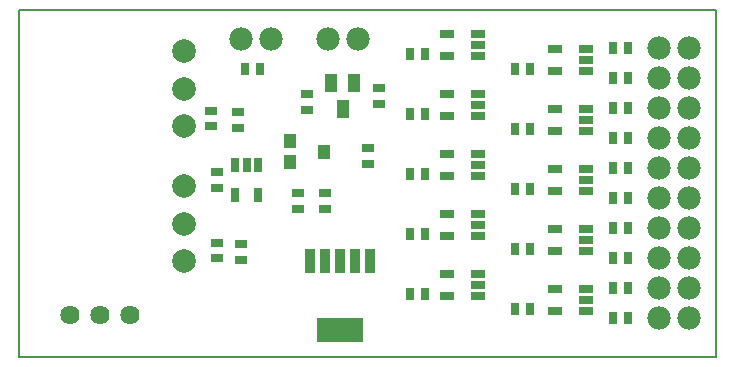
<source format=gts>
G75*
G70*
%OFA0B0*%
%FSLAX24Y24*%
%IPPOS*%
%LPD*%
%AMOC8*
5,1,8,0,0,1.08239X$1,22.5*
%
%ADD10C,0.0080*%
%ADD11R,0.0316X0.0394*%
%ADD12C,0.0780*%
%ADD13C,0.0790*%
%ADD14R,0.0394X0.0316*%
%ADD15R,0.0512X0.0257*%
%ADD16R,0.0257X0.0512*%
%ADD17R,0.0434X0.0591*%
%ADD18R,0.0394X0.0473*%
%ADD19R,0.0340X0.0840*%
%ADD20R,0.1540X0.0830*%
%ADD21C,0.0640*%
D10*
X001620Y001620D02*
X001620Y013190D01*
X024862Y013190D01*
X024862Y001620D01*
X001620Y001620D01*
D11*
X014664Y003720D03*
X015176Y003720D03*
X018164Y003220D03*
X018676Y003220D03*
X021414Y002920D03*
X021926Y002920D03*
X021926Y003920D03*
X021414Y003920D03*
X021414Y004920D03*
X021926Y004920D03*
X021926Y005920D03*
X021414Y005920D03*
X021414Y006920D03*
X021926Y006920D03*
X021926Y007920D03*
X021414Y007920D03*
X021414Y008920D03*
X021926Y008920D03*
X021926Y009920D03*
X021414Y009920D03*
X021414Y010920D03*
X021926Y010920D03*
X021926Y011920D03*
X021414Y011920D03*
X018676Y011220D03*
X018164Y011220D03*
X015176Y011720D03*
X014664Y011720D03*
X014664Y009720D03*
X015176Y009720D03*
X018164Y009220D03*
X018676Y009220D03*
X015176Y007720D03*
X014664Y007720D03*
X018164Y007220D03*
X018676Y007220D03*
X015176Y005720D03*
X014664Y005720D03*
X018164Y005220D03*
X018676Y005220D03*
X009676Y011220D03*
X009164Y011220D03*
D12*
X009020Y012220D03*
X010020Y012220D03*
X011920Y012220D03*
X012920Y012220D03*
X022970Y011920D03*
X023970Y011920D03*
X023970Y010920D03*
X022970Y010920D03*
X022970Y009920D03*
X023970Y009920D03*
X023970Y008920D03*
X022970Y008920D03*
X022970Y007920D03*
X023970Y007920D03*
X023970Y006920D03*
X022970Y006920D03*
X022970Y005920D03*
X023970Y005920D03*
X023970Y004920D03*
X022970Y004920D03*
X022970Y003920D03*
X023970Y003920D03*
X023970Y002920D03*
X022970Y002920D03*
D13*
X007120Y004820D03*
X007120Y006070D03*
X007120Y007320D03*
X007120Y009320D03*
X007120Y010570D03*
X007120Y011820D03*
D14*
X008020Y009826D03*
X008920Y009776D03*
X008920Y009264D03*
X008020Y009314D03*
X008220Y007776D03*
X008220Y007264D03*
X010920Y007076D03*
X011820Y007076D03*
X011820Y006564D03*
X010920Y006564D03*
X009020Y005376D03*
X008220Y005426D03*
X008220Y004914D03*
X009020Y004864D03*
X013270Y008064D03*
X013270Y008576D03*
X011220Y009864D03*
X011220Y010376D03*
X013620Y010576D03*
X013620Y010064D03*
D15*
X015908Y010394D03*
X016932Y010394D03*
X016932Y010020D03*
X016932Y009646D03*
X015908Y009646D03*
X015908Y008394D03*
X016932Y008394D03*
X016932Y008020D03*
X016932Y007646D03*
X015908Y007646D03*
X015908Y006394D03*
X016932Y006394D03*
X016932Y006020D03*
X016932Y005646D03*
X015908Y005646D03*
X015908Y004394D03*
X016932Y004394D03*
X016932Y004020D03*
X016932Y003646D03*
X015908Y003646D03*
X019508Y003894D03*
X020532Y003894D03*
X020532Y003520D03*
X020532Y003146D03*
X019508Y003146D03*
X019508Y005146D03*
X020532Y005146D03*
X020532Y005520D03*
X020532Y005894D03*
X019508Y005894D03*
X019508Y007146D03*
X020532Y007146D03*
X020532Y007520D03*
X020532Y007894D03*
X019508Y007894D03*
X019508Y009146D03*
X020532Y009146D03*
X020532Y009520D03*
X020532Y009894D03*
X019508Y009894D03*
X019508Y011146D03*
X020532Y011146D03*
X020532Y011520D03*
X020532Y011894D03*
X019508Y011894D03*
X016932Y012020D03*
X016932Y012394D03*
X015908Y012394D03*
X015908Y011646D03*
X016932Y011646D03*
D16*
X009594Y008032D03*
X009220Y008032D03*
X008846Y008032D03*
X008846Y007008D03*
X009594Y007008D03*
D17*
X012420Y009887D03*
X012046Y010753D03*
X012794Y010753D03*
D18*
X010649Y008828D03*
X011791Y008470D03*
X010649Y008112D03*
D19*
X011320Y004820D03*
X011820Y004820D03*
X012320Y004820D03*
X012820Y004820D03*
X013320Y004820D03*
D20*
X012320Y002520D03*
D21*
X005320Y003020D03*
X004320Y003020D03*
X003320Y003020D03*
M02*

</source>
